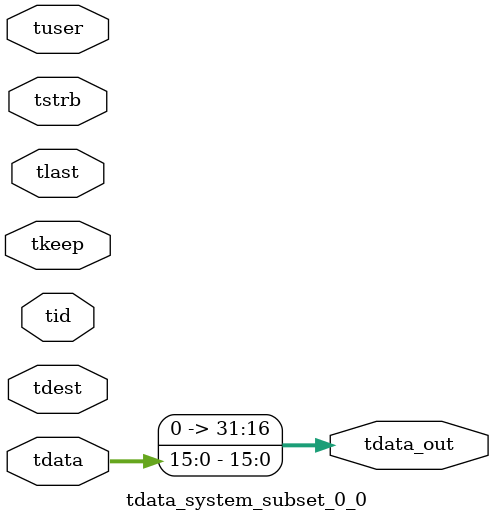
<source format=v>


`timescale 1ps/1ps

module tdata_system_subset_0_0 #
(
parameter C_S_AXIS_TDATA_WIDTH = 32,
parameter C_S_AXIS_TUSER_WIDTH = 0,
parameter C_S_AXIS_TID_WIDTH   = 0,
parameter C_S_AXIS_TDEST_WIDTH = 0,
parameter C_M_AXIS_TDATA_WIDTH = 32
)
(
input  [(C_S_AXIS_TDATA_WIDTH == 0 ? 1 : C_S_AXIS_TDATA_WIDTH)-1:0     ] tdata,
input  [(C_S_AXIS_TUSER_WIDTH == 0 ? 1 : C_S_AXIS_TUSER_WIDTH)-1:0     ] tuser,
input  [(C_S_AXIS_TID_WIDTH   == 0 ? 1 : C_S_AXIS_TID_WIDTH)-1:0       ] tid,
input  [(C_S_AXIS_TDEST_WIDTH == 0 ? 1 : C_S_AXIS_TDEST_WIDTH)-1:0     ] tdest,
input  [(C_S_AXIS_TDATA_WIDTH/8)-1:0 ] tkeep,
input  [(C_S_AXIS_TDATA_WIDTH/8)-1:0 ] tstrb,
input                                                                    tlast,
output [C_M_AXIS_TDATA_WIDTH-1:0] tdata_out
);

assign tdata_out = {tdata[15:0]};

endmodule


</source>
